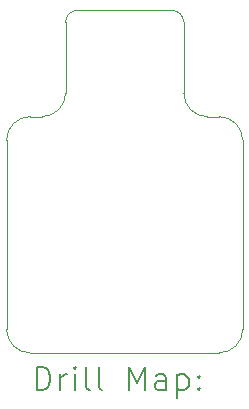
<source format=gbr>
%TF.GenerationSoftware,KiCad,Pcbnew,7.0.6*%
%TF.CreationDate,2023-08-09T20:57:13-04:00*%
%TF.ProjectId,miniclick,6d696e69-636c-4696-936b-2e6b69636164,rev?*%
%TF.SameCoordinates,Original*%
%TF.FileFunction,Drillmap*%
%TF.FilePolarity,Positive*%
%FSLAX45Y45*%
G04 Gerber Fmt 4.5, Leading zero omitted, Abs format (unit mm)*
G04 Created by KiCad (PCBNEW 7.0.6) date 2023-08-09 20:57:13*
%MOMM*%
%LPD*%
G01*
G04 APERTURE LIST*
%ADD10C,0.100000*%
%ADD11C,0.200000*%
G04 APERTURE END LIST*
D10*
X14400000Y-7800000D02*
X15200000Y-7800000D01*
X15600000Y-10700000D02*
G75*
G03*
X15800000Y-10500000I0J200000D01*
G01*
X15800000Y-8900000D02*
X15800000Y-10500000D01*
X15300000Y-7900000D02*
X15300000Y-8500000D01*
X14100000Y-8700000D02*
G75*
G03*
X14300000Y-8500000I0J200000D01*
G01*
X14400000Y-7800000D02*
G75*
G03*
X14300000Y-7900000I0J-100000D01*
G01*
X15500000Y-8700000D02*
X15600000Y-8700000D01*
X14000000Y-8700000D02*
G75*
G03*
X13800000Y-8900000I0J-200000D01*
G01*
X15800000Y-8900000D02*
G75*
G03*
X15600000Y-8700000I-200000J0D01*
G01*
X15300000Y-8500000D02*
G75*
G03*
X15500000Y-8700000I200000J0D01*
G01*
X13800000Y-10500000D02*
X13800000Y-8900000D01*
X14100000Y-8700000D02*
X14000000Y-8700000D01*
X15300000Y-7900000D02*
G75*
G03*
X15200000Y-7800000I-100000J0D01*
G01*
X13800000Y-10500000D02*
G75*
G03*
X14000000Y-10700000I200000J0D01*
G01*
X14300000Y-8500000D02*
X14300000Y-7900000D01*
X15600000Y-10700000D02*
X14000000Y-10700000D01*
D11*
X14055777Y-11016484D02*
X14055777Y-10816484D01*
X14055777Y-10816484D02*
X14103396Y-10816484D01*
X14103396Y-10816484D02*
X14131967Y-10826008D01*
X14131967Y-10826008D02*
X14151015Y-10845055D01*
X14151015Y-10845055D02*
X14160539Y-10864103D01*
X14160539Y-10864103D02*
X14170062Y-10902198D01*
X14170062Y-10902198D02*
X14170062Y-10930770D01*
X14170062Y-10930770D02*
X14160539Y-10968865D01*
X14160539Y-10968865D02*
X14151015Y-10987912D01*
X14151015Y-10987912D02*
X14131967Y-11006960D01*
X14131967Y-11006960D02*
X14103396Y-11016484D01*
X14103396Y-11016484D02*
X14055777Y-11016484D01*
X14255777Y-11016484D02*
X14255777Y-10883150D01*
X14255777Y-10921246D02*
X14265301Y-10902198D01*
X14265301Y-10902198D02*
X14274824Y-10892674D01*
X14274824Y-10892674D02*
X14293872Y-10883150D01*
X14293872Y-10883150D02*
X14312920Y-10883150D01*
X14379586Y-11016484D02*
X14379586Y-10883150D01*
X14379586Y-10816484D02*
X14370062Y-10826008D01*
X14370062Y-10826008D02*
X14379586Y-10835531D01*
X14379586Y-10835531D02*
X14389110Y-10826008D01*
X14389110Y-10826008D02*
X14379586Y-10816484D01*
X14379586Y-10816484D02*
X14379586Y-10835531D01*
X14503396Y-11016484D02*
X14484348Y-11006960D01*
X14484348Y-11006960D02*
X14474824Y-10987912D01*
X14474824Y-10987912D02*
X14474824Y-10816484D01*
X14608158Y-11016484D02*
X14589110Y-11006960D01*
X14589110Y-11006960D02*
X14579586Y-10987912D01*
X14579586Y-10987912D02*
X14579586Y-10816484D01*
X14836729Y-11016484D02*
X14836729Y-10816484D01*
X14836729Y-10816484D02*
X14903396Y-10959341D01*
X14903396Y-10959341D02*
X14970062Y-10816484D01*
X14970062Y-10816484D02*
X14970062Y-11016484D01*
X15151015Y-11016484D02*
X15151015Y-10911722D01*
X15151015Y-10911722D02*
X15141491Y-10892674D01*
X15141491Y-10892674D02*
X15122443Y-10883150D01*
X15122443Y-10883150D02*
X15084348Y-10883150D01*
X15084348Y-10883150D02*
X15065301Y-10892674D01*
X15151015Y-11006960D02*
X15131967Y-11016484D01*
X15131967Y-11016484D02*
X15084348Y-11016484D01*
X15084348Y-11016484D02*
X15065301Y-11006960D01*
X15065301Y-11006960D02*
X15055777Y-10987912D01*
X15055777Y-10987912D02*
X15055777Y-10968865D01*
X15055777Y-10968865D02*
X15065301Y-10949817D01*
X15065301Y-10949817D02*
X15084348Y-10940293D01*
X15084348Y-10940293D02*
X15131967Y-10940293D01*
X15131967Y-10940293D02*
X15151015Y-10930770D01*
X15246253Y-10883150D02*
X15246253Y-11083150D01*
X15246253Y-10892674D02*
X15265301Y-10883150D01*
X15265301Y-10883150D02*
X15303396Y-10883150D01*
X15303396Y-10883150D02*
X15322443Y-10892674D01*
X15322443Y-10892674D02*
X15331967Y-10902198D01*
X15331967Y-10902198D02*
X15341491Y-10921246D01*
X15341491Y-10921246D02*
X15341491Y-10978389D01*
X15341491Y-10978389D02*
X15331967Y-10997436D01*
X15331967Y-10997436D02*
X15322443Y-11006960D01*
X15322443Y-11006960D02*
X15303396Y-11016484D01*
X15303396Y-11016484D02*
X15265301Y-11016484D01*
X15265301Y-11016484D02*
X15246253Y-11006960D01*
X15427205Y-10997436D02*
X15436729Y-11006960D01*
X15436729Y-11006960D02*
X15427205Y-11016484D01*
X15427205Y-11016484D02*
X15417682Y-11006960D01*
X15417682Y-11006960D02*
X15427205Y-10997436D01*
X15427205Y-10997436D02*
X15427205Y-11016484D01*
X15427205Y-10892674D02*
X15436729Y-10902198D01*
X15436729Y-10902198D02*
X15427205Y-10911722D01*
X15427205Y-10911722D02*
X15417682Y-10902198D01*
X15417682Y-10902198D02*
X15427205Y-10892674D01*
X15427205Y-10892674D02*
X15427205Y-10911722D01*
M02*

</source>
